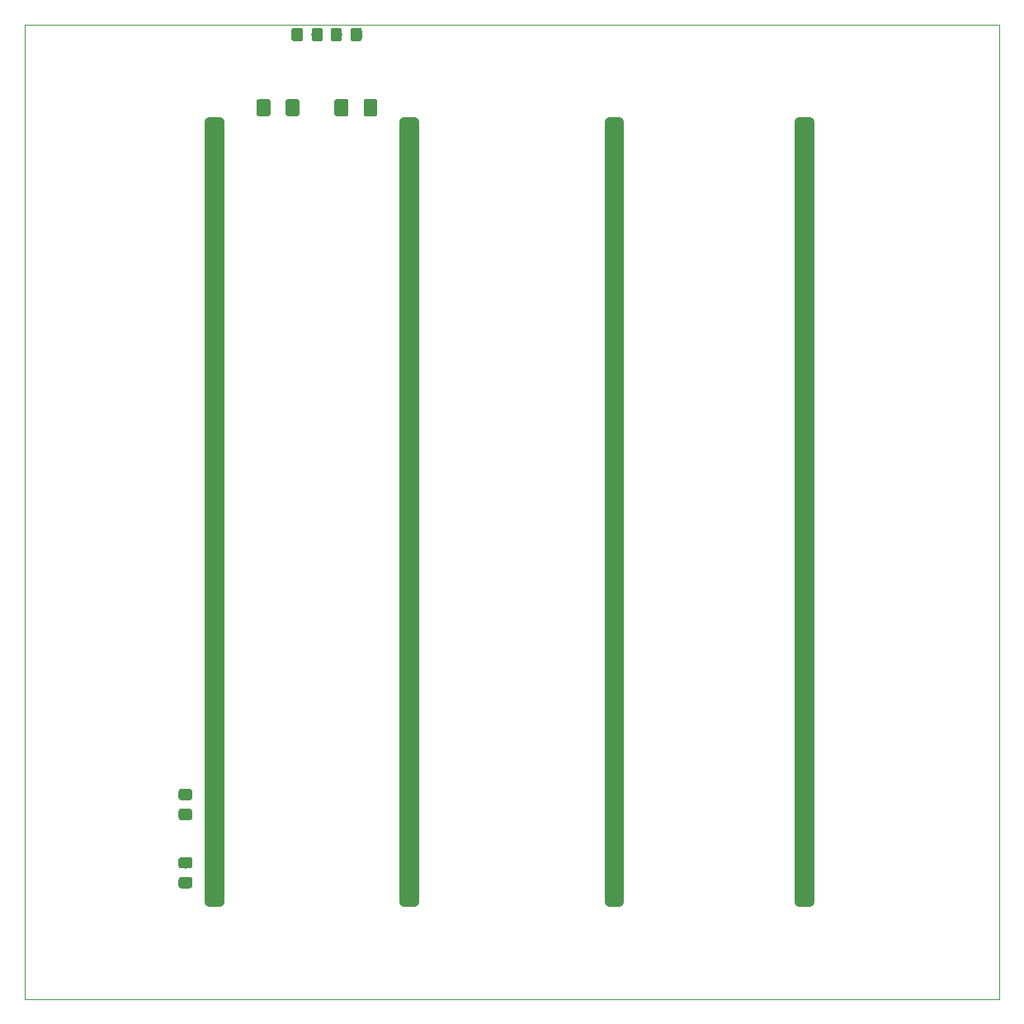
<source format=gbr>
%TF.GenerationSoftware,KiCad,Pcbnew,(5.1.0)-1*%
%TF.CreationDate,2019-10-02T21:08:56+02:00*%
%TF.ProjectId,Kicad_LFO_1_2,4b696361-645f-44c4-964f-5f315f322e6b,Rev A*%
%TF.SameCoordinates,Original*%
%TF.FileFunction,Paste,Top*%
%TF.FilePolarity,Positive*%
%FSLAX46Y46*%
G04 Gerber Fmt 4.6, Leading zero omitted, Abs format (unit mm)*
G04 Created by KiCad (PCBNEW (5.1.0)-1) date 2019-10-02 21:08:56*
%MOMM*%
%LPD*%
G04 APERTURE LIST*
%ADD10C,1.000000*%
%ADD11C,0.050000*%
%ADD12C,0.150000*%
%ADD13C,1.425000*%
%ADD14C,1.150000*%
G04 APERTURE END LIST*
D10*
X111000000Y-60000000D02*
X111000000Y-140000000D01*
X110000000Y-140000000D02*
X111000000Y-140000000D01*
X110000000Y-60000000D02*
X111000000Y-60000000D01*
X110000000Y-140000000D02*
X110000000Y-60000000D01*
X129500000Y-140000000D02*
X130500000Y-140000000D01*
X130500000Y-60000000D02*
X130500000Y-140000000D01*
X129500000Y-60000000D02*
X130500000Y-60000000D01*
X129500000Y-140000000D02*
X129500000Y-60000000D01*
X90000000Y-60000000D02*
X90000000Y-140000000D01*
X89000000Y-60000000D02*
X90000000Y-60000000D01*
X89000000Y-140000000D02*
X90000000Y-140000000D01*
X89000000Y-140000000D02*
X89000000Y-60000000D01*
X69000000Y-60000000D02*
X70000000Y-60000000D01*
X69000000Y-140000000D02*
X69000000Y-60000000D01*
X69000000Y-140000000D02*
X70000000Y-140000000D01*
X70000000Y-60000000D02*
X70000000Y-140000000D01*
D11*
X150000000Y-50000000D02*
X50000000Y-50000000D01*
X150000000Y-150000000D02*
X150000000Y-50000000D01*
X50000000Y-150000000D02*
X150000000Y-150000000D01*
X50000000Y-50000000D02*
X50000000Y-150000000D01*
D12*
G36*
X77974504Y-57626204D02*
G01*
X77998773Y-57629804D01*
X78022571Y-57635765D01*
X78045671Y-57644030D01*
X78067849Y-57654520D01*
X78088893Y-57667133D01*
X78108598Y-57681747D01*
X78126777Y-57698223D01*
X78143253Y-57716402D01*
X78157867Y-57736107D01*
X78170480Y-57757151D01*
X78180970Y-57779329D01*
X78189235Y-57802429D01*
X78195196Y-57826227D01*
X78198796Y-57850496D01*
X78200000Y-57875000D01*
X78200000Y-59125000D01*
X78198796Y-59149504D01*
X78195196Y-59173773D01*
X78189235Y-59197571D01*
X78180970Y-59220671D01*
X78170480Y-59242849D01*
X78157867Y-59263893D01*
X78143253Y-59283598D01*
X78126777Y-59301777D01*
X78108598Y-59318253D01*
X78088893Y-59332867D01*
X78067849Y-59345480D01*
X78045671Y-59355970D01*
X78022571Y-59364235D01*
X77998773Y-59370196D01*
X77974504Y-59373796D01*
X77950000Y-59375000D01*
X77025000Y-59375000D01*
X77000496Y-59373796D01*
X76976227Y-59370196D01*
X76952429Y-59364235D01*
X76929329Y-59355970D01*
X76907151Y-59345480D01*
X76886107Y-59332867D01*
X76866402Y-59318253D01*
X76848223Y-59301777D01*
X76831747Y-59283598D01*
X76817133Y-59263893D01*
X76804520Y-59242849D01*
X76794030Y-59220671D01*
X76785765Y-59197571D01*
X76779804Y-59173773D01*
X76776204Y-59149504D01*
X76775000Y-59125000D01*
X76775000Y-57875000D01*
X76776204Y-57850496D01*
X76779804Y-57826227D01*
X76785765Y-57802429D01*
X76794030Y-57779329D01*
X76804520Y-57757151D01*
X76817133Y-57736107D01*
X76831747Y-57716402D01*
X76848223Y-57698223D01*
X76866402Y-57681747D01*
X76886107Y-57667133D01*
X76907151Y-57654520D01*
X76929329Y-57644030D01*
X76952429Y-57635765D01*
X76976227Y-57629804D01*
X77000496Y-57626204D01*
X77025000Y-57625000D01*
X77950000Y-57625000D01*
X77974504Y-57626204D01*
X77974504Y-57626204D01*
G37*
D13*
X77487500Y-58500000D03*
D12*
G36*
X74999504Y-57626204D02*
G01*
X75023773Y-57629804D01*
X75047571Y-57635765D01*
X75070671Y-57644030D01*
X75092849Y-57654520D01*
X75113893Y-57667133D01*
X75133598Y-57681747D01*
X75151777Y-57698223D01*
X75168253Y-57716402D01*
X75182867Y-57736107D01*
X75195480Y-57757151D01*
X75205970Y-57779329D01*
X75214235Y-57802429D01*
X75220196Y-57826227D01*
X75223796Y-57850496D01*
X75225000Y-57875000D01*
X75225000Y-59125000D01*
X75223796Y-59149504D01*
X75220196Y-59173773D01*
X75214235Y-59197571D01*
X75205970Y-59220671D01*
X75195480Y-59242849D01*
X75182867Y-59263893D01*
X75168253Y-59283598D01*
X75151777Y-59301777D01*
X75133598Y-59318253D01*
X75113893Y-59332867D01*
X75092849Y-59345480D01*
X75070671Y-59355970D01*
X75047571Y-59364235D01*
X75023773Y-59370196D01*
X74999504Y-59373796D01*
X74975000Y-59375000D01*
X74050000Y-59375000D01*
X74025496Y-59373796D01*
X74001227Y-59370196D01*
X73977429Y-59364235D01*
X73954329Y-59355970D01*
X73932151Y-59345480D01*
X73911107Y-59332867D01*
X73891402Y-59318253D01*
X73873223Y-59301777D01*
X73856747Y-59283598D01*
X73842133Y-59263893D01*
X73829520Y-59242849D01*
X73819030Y-59220671D01*
X73810765Y-59197571D01*
X73804804Y-59173773D01*
X73801204Y-59149504D01*
X73800000Y-59125000D01*
X73800000Y-57875000D01*
X73801204Y-57850496D01*
X73804804Y-57826227D01*
X73810765Y-57802429D01*
X73819030Y-57779329D01*
X73829520Y-57757151D01*
X73842133Y-57736107D01*
X73856747Y-57716402D01*
X73873223Y-57698223D01*
X73891402Y-57681747D01*
X73911107Y-57667133D01*
X73932151Y-57654520D01*
X73954329Y-57644030D01*
X73977429Y-57635765D01*
X74001227Y-57629804D01*
X74025496Y-57626204D01*
X74050000Y-57625000D01*
X74975000Y-57625000D01*
X74999504Y-57626204D01*
X74999504Y-57626204D01*
G37*
D13*
X74512500Y-58500000D03*
D12*
G36*
X82999504Y-57626204D02*
G01*
X83023773Y-57629804D01*
X83047571Y-57635765D01*
X83070671Y-57644030D01*
X83092849Y-57654520D01*
X83113893Y-57667133D01*
X83133598Y-57681747D01*
X83151777Y-57698223D01*
X83168253Y-57716402D01*
X83182867Y-57736107D01*
X83195480Y-57757151D01*
X83205970Y-57779329D01*
X83214235Y-57802429D01*
X83220196Y-57826227D01*
X83223796Y-57850496D01*
X83225000Y-57875000D01*
X83225000Y-59125000D01*
X83223796Y-59149504D01*
X83220196Y-59173773D01*
X83214235Y-59197571D01*
X83205970Y-59220671D01*
X83195480Y-59242849D01*
X83182867Y-59263893D01*
X83168253Y-59283598D01*
X83151777Y-59301777D01*
X83133598Y-59318253D01*
X83113893Y-59332867D01*
X83092849Y-59345480D01*
X83070671Y-59355970D01*
X83047571Y-59364235D01*
X83023773Y-59370196D01*
X82999504Y-59373796D01*
X82975000Y-59375000D01*
X82050000Y-59375000D01*
X82025496Y-59373796D01*
X82001227Y-59370196D01*
X81977429Y-59364235D01*
X81954329Y-59355970D01*
X81932151Y-59345480D01*
X81911107Y-59332867D01*
X81891402Y-59318253D01*
X81873223Y-59301777D01*
X81856747Y-59283598D01*
X81842133Y-59263893D01*
X81829520Y-59242849D01*
X81819030Y-59220671D01*
X81810765Y-59197571D01*
X81804804Y-59173773D01*
X81801204Y-59149504D01*
X81800000Y-59125000D01*
X81800000Y-57875000D01*
X81801204Y-57850496D01*
X81804804Y-57826227D01*
X81810765Y-57802429D01*
X81819030Y-57779329D01*
X81829520Y-57757151D01*
X81842133Y-57736107D01*
X81856747Y-57716402D01*
X81873223Y-57698223D01*
X81891402Y-57681747D01*
X81911107Y-57667133D01*
X81932151Y-57654520D01*
X81954329Y-57644030D01*
X81977429Y-57635765D01*
X82001227Y-57629804D01*
X82025496Y-57626204D01*
X82050000Y-57625000D01*
X82975000Y-57625000D01*
X82999504Y-57626204D01*
X82999504Y-57626204D01*
G37*
D13*
X82512500Y-58500000D03*
D12*
G36*
X85974504Y-57626204D02*
G01*
X85998773Y-57629804D01*
X86022571Y-57635765D01*
X86045671Y-57644030D01*
X86067849Y-57654520D01*
X86088893Y-57667133D01*
X86108598Y-57681747D01*
X86126777Y-57698223D01*
X86143253Y-57716402D01*
X86157867Y-57736107D01*
X86170480Y-57757151D01*
X86180970Y-57779329D01*
X86189235Y-57802429D01*
X86195196Y-57826227D01*
X86198796Y-57850496D01*
X86200000Y-57875000D01*
X86200000Y-59125000D01*
X86198796Y-59149504D01*
X86195196Y-59173773D01*
X86189235Y-59197571D01*
X86180970Y-59220671D01*
X86170480Y-59242849D01*
X86157867Y-59263893D01*
X86143253Y-59283598D01*
X86126777Y-59301777D01*
X86108598Y-59318253D01*
X86088893Y-59332867D01*
X86067849Y-59345480D01*
X86045671Y-59355970D01*
X86022571Y-59364235D01*
X85998773Y-59370196D01*
X85974504Y-59373796D01*
X85950000Y-59375000D01*
X85025000Y-59375000D01*
X85000496Y-59373796D01*
X84976227Y-59370196D01*
X84952429Y-59364235D01*
X84929329Y-59355970D01*
X84907151Y-59345480D01*
X84886107Y-59332867D01*
X84866402Y-59318253D01*
X84848223Y-59301777D01*
X84831747Y-59283598D01*
X84817133Y-59263893D01*
X84804520Y-59242849D01*
X84794030Y-59220671D01*
X84785765Y-59197571D01*
X84779804Y-59173773D01*
X84776204Y-59149504D01*
X84775000Y-59125000D01*
X84775000Y-57875000D01*
X84776204Y-57850496D01*
X84779804Y-57826227D01*
X84785765Y-57802429D01*
X84794030Y-57779329D01*
X84804520Y-57757151D01*
X84817133Y-57736107D01*
X84831747Y-57716402D01*
X84848223Y-57698223D01*
X84866402Y-57681747D01*
X84886107Y-57667133D01*
X84907151Y-57654520D01*
X84929329Y-57644030D01*
X84952429Y-57635765D01*
X84976227Y-57629804D01*
X85000496Y-57626204D01*
X85025000Y-57625000D01*
X85950000Y-57625000D01*
X85974504Y-57626204D01*
X85974504Y-57626204D01*
G37*
D13*
X85487500Y-58500000D03*
D12*
G36*
X66974505Y-137451204D02*
G01*
X66998773Y-137454804D01*
X67022572Y-137460765D01*
X67045671Y-137469030D01*
X67067850Y-137479520D01*
X67088893Y-137492132D01*
X67108599Y-137506747D01*
X67126777Y-137523223D01*
X67143253Y-137541401D01*
X67157868Y-137561107D01*
X67170480Y-137582150D01*
X67180970Y-137604329D01*
X67189235Y-137627428D01*
X67195196Y-137651227D01*
X67198796Y-137675495D01*
X67200000Y-137699999D01*
X67200000Y-138350001D01*
X67198796Y-138374505D01*
X67195196Y-138398773D01*
X67189235Y-138422572D01*
X67180970Y-138445671D01*
X67170480Y-138467850D01*
X67157868Y-138488893D01*
X67143253Y-138508599D01*
X67126777Y-138526777D01*
X67108599Y-138543253D01*
X67088893Y-138557868D01*
X67067850Y-138570480D01*
X67045671Y-138580970D01*
X67022572Y-138589235D01*
X66998773Y-138595196D01*
X66974505Y-138598796D01*
X66950001Y-138600000D01*
X66049999Y-138600000D01*
X66025495Y-138598796D01*
X66001227Y-138595196D01*
X65977428Y-138589235D01*
X65954329Y-138580970D01*
X65932150Y-138570480D01*
X65911107Y-138557868D01*
X65891401Y-138543253D01*
X65873223Y-138526777D01*
X65856747Y-138508599D01*
X65842132Y-138488893D01*
X65829520Y-138467850D01*
X65819030Y-138445671D01*
X65810765Y-138422572D01*
X65804804Y-138398773D01*
X65801204Y-138374505D01*
X65800000Y-138350001D01*
X65800000Y-137699999D01*
X65801204Y-137675495D01*
X65804804Y-137651227D01*
X65810765Y-137627428D01*
X65819030Y-137604329D01*
X65829520Y-137582150D01*
X65842132Y-137561107D01*
X65856747Y-137541401D01*
X65873223Y-137523223D01*
X65891401Y-137506747D01*
X65911107Y-137492132D01*
X65932150Y-137479520D01*
X65954329Y-137469030D01*
X65977428Y-137460765D01*
X66001227Y-137454804D01*
X66025495Y-137451204D01*
X66049999Y-137450000D01*
X66950001Y-137450000D01*
X66974505Y-137451204D01*
X66974505Y-137451204D01*
G37*
D14*
X66500000Y-138025000D03*
D12*
G36*
X66974505Y-135401204D02*
G01*
X66998773Y-135404804D01*
X67022572Y-135410765D01*
X67045671Y-135419030D01*
X67067850Y-135429520D01*
X67088893Y-135442132D01*
X67108599Y-135456747D01*
X67126777Y-135473223D01*
X67143253Y-135491401D01*
X67157868Y-135511107D01*
X67170480Y-135532150D01*
X67180970Y-135554329D01*
X67189235Y-135577428D01*
X67195196Y-135601227D01*
X67198796Y-135625495D01*
X67200000Y-135649999D01*
X67200000Y-136300001D01*
X67198796Y-136324505D01*
X67195196Y-136348773D01*
X67189235Y-136372572D01*
X67180970Y-136395671D01*
X67170480Y-136417850D01*
X67157868Y-136438893D01*
X67143253Y-136458599D01*
X67126777Y-136476777D01*
X67108599Y-136493253D01*
X67088893Y-136507868D01*
X67067850Y-136520480D01*
X67045671Y-136530970D01*
X67022572Y-136539235D01*
X66998773Y-136545196D01*
X66974505Y-136548796D01*
X66950001Y-136550000D01*
X66049999Y-136550000D01*
X66025495Y-136548796D01*
X66001227Y-136545196D01*
X65977428Y-136539235D01*
X65954329Y-136530970D01*
X65932150Y-136520480D01*
X65911107Y-136507868D01*
X65891401Y-136493253D01*
X65873223Y-136476777D01*
X65856747Y-136458599D01*
X65842132Y-136438893D01*
X65829520Y-136417850D01*
X65819030Y-136395671D01*
X65810765Y-136372572D01*
X65804804Y-136348773D01*
X65801204Y-136324505D01*
X65800000Y-136300001D01*
X65800000Y-135649999D01*
X65801204Y-135625495D01*
X65804804Y-135601227D01*
X65810765Y-135577428D01*
X65819030Y-135554329D01*
X65829520Y-135532150D01*
X65842132Y-135511107D01*
X65856747Y-135491401D01*
X65873223Y-135473223D01*
X65891401Y-135456747D01*
X65911107Y-135442132D01*
X65932150Y-135429520D01*
X65954329Y-135419030D01*
X65977428Y-135410765D01*
X66001227Y-135404804D01*
X66025495Y-135401204D01*
X66049999Y-135400000D01*
X66950001Y-135400000D01*
X66974505Y-135401204D01*
X66974505Y-135401204D01*
G37*
D14*
X66500000Y-135975000D03*
D12*
G36*
X82324505Y-50301204D02*
G01*
X82348773Y-50304804D01*
X82372572Y-50310765D01*
X82395671Y-50319030D01*
X82417850Y-50329520D01*
X82438893Y-50342132D01*
X82458599Y-50356747D01*
X82476777Y-50373223D01*
X82493253Y-50391401D01*
X82507868Y-50411107D01*
X82520480Y-50432150D01*
X82530970Y-50454329D01*
X82539235Y-50477428D01*
X82545196Y-50501227D01*
X82548796Y-50525495D01*
X82550000Y-50549999D01*
X82550000Y-51450001D01*
X82548796Y-51474505D01*
X82545196Y-51498773D01*
X82539235Y-51522572D01*
X82530970Y-51545671D01*
X82520480Y-51567850D01*
X82507868Y-51588893D01*
X82493253Y-51608599D01*
X82476777Y-51626777D01*
X82458599Y-51643253D01*
X82438893Y-51657868D01*
X82417850Y-51670480D01*
X82395671Y-51680970D01*
X82372572Y-51689235D01*
X82348773Y-51695196D01*
X82324505Y-51698796D01*
X82300001Y-51700000D01*
X81649999Y-51700000D01*
X81625495Y-51698796D01*
X81601227Y-51695196D01*
X81577428Y-51689235D01*
X81554329Y-51680970D01*
X81532150Y-51670480D01*
X81511107Y-51657868D01*
X81491401Y-51643253D01*
X81473223Y-51626777D01*
X81456747Y-51608599D01*
X81442132Y-51588893D01*
X81429520Y-51567850D01*
X81419030Y-51545671D01*
X81410765Y-51522572D01*
X81404804Y-51498773D01*
X81401204Y-51474505D01*
X81400000Y-51450001D01*
X81400000Y-50549999D01*
X81401204Y-50525495D01*
X81404804Y-50501227D01*
X81410765Y-50477428D01*
X81419030Y-50454329D01*
X81429520Y-50432150D01*
X81442132Y-50411107D01*
X81456747Y-50391401D01*
X81473223Y-50373223D01*
X81491401Y-50356747D01*
X81511107Y-50342132D01*
X81532150Y-50329520D01*
X81554329Y-50319030D01*
X81577428Y-50310765D01*
X81601227Y-50304804D01*
X81625495Y-50301204D01*
X81649999Y-50300000D01*
X82300001Y-50300000D01*
X82324505Y-50301204D01*
X82324505Y-50301204D01*
G37*
D14*
X81975000Y-51000000D03*
D12*
G36*
X84374505Y-50301204D02*
G01*
X84398773Y-50304804D01*
X84422572Y-50310765D01*
X84445671Y-50319030D01*
X84467850Y-50329520D01*
X84488893Y-50342132D01*
X84508599Y-50356747D01*
X84526777Y-50373223D01*
X84543253Y-50391401D01*
X84557868Y-50411107D01*
X84570480Y-50432150D01*
X84580970Y-50454329D01*
X84589235Y-50477428D01*
X84595196Y-50501227D01*
X84598796Y-50525495D01*
X84600000Y-50549999D01*
X84600000Y-51450001D01*
X84598796Y-51474505D01*
X84595196Y-51498773D01*
X84589235Y-51522572D01*
X84580970Y-51545671D01*
X84570480Y-51567850D01*
X84557868Y-51588893D01*
X84543253Y-51608599D01*
X84526777Y-51626777D01*
X84508599Y-51643253D01*
X84488893Y-51657868D01*
X84467850Y-51670480D01*
X84445671Y-51680970D01*
X84422572Y-51689235D01*
X84398773Y-51695196D01*
X84374505Y-51698796D01*
X84350001Y-51700000D01*
X83699999Y-51700000D01*
X83675495Y-51698796D01*
X83651227Y-51695196D01*
X83627428Y-51689235D01*
X83604329Y-51680970D01*
X83582150Y-51670480D01*
X83561107Y-51657868D01*
X83541401Y-51643253D01*
X83523223Y-51626777D01*
X83506747Y-51608599D01*
X83492132Y-51588893D01*
X83479520Y-51567850D01*
X83469030Y-51545671D01*
X83460765Y-51522572D01*
X83454804Y-51498773D01*
X83451204Y-51474505D01*
X83450000Y-51450001D01*
X83450000Y-50549999D01*
X83451204Y-50525495D01*
X83454804Y-50501227D01*
X83460765Y-50477428D01*
X83469030Y-50454329D01*
X83479520Y-50432150D01*
X83492132Y-50411107D01*
X83506747Y-50391401D01*
X83523223Y-50373223D01*
X83541401Y-50356747D01*
X83561107Y-50342132D01*
X83582150Y-50329520D01*
X83604329Y-50319030D01*
X83627428Y-50310765D01*
X83651227Y-50304804D01*
X83675495Y-50301204D01*
X83699999Y-50300000D01*
X84350001Y-50300000D01*
X84374505Y-50301204D01*
X84374505Y-50301204D01*
G37*
D14*
X84025000Y-51000000D03*
D12*
G36*
X66974505Y-128401204D02*
G01*
X66998773Y-128404804D01*
X67022572Y-128410765D01*
X67045671Y-128419030D01*
X67067850Y-128429520D01*
X67088893Y-128442132D01*
X67108599Y-128456747D01*
X67126777Y-128473223D01*
X67143253Y-128491401D01*
X67157868Y-128511107D01*
X67170480Y-128532150D01*
X67180970Y-128554329D01*
X67189235Y-128577428D01*
X67195196Y-128601227D01*
X67198796Y-128625495D01*
X67200000Y-128649999D01*
X67200000Y-129300001D01*
X67198796Y-129324505D01*
X67195196Y-129348773D01*
X67189235Y-129372572D01*
X67180970Y-129395671D01*
X67170480Y-129417850D01*
X67157868Y-129438893D01*
X67143253Y-129458599D01*
X67126777Y-129476777D01*
X67108599Y-129493253D01*
X67088893Y-129507868D01*
X67067850Y-129520480D01*
X67045671Y-129530970D01*
X67022572Y-129539235D01*
X66998773Y-129545196D01*
X66974505Y-129548796D01*
X66950001Y-129550000D01*
X66049999Y-129550000D01*
X66025495Y-129548796D01*
X66001227Y-129545196D01*
X65977428Y-129539235D01*
X65954329Y-129530970D01*
X65932150Y-129520480D01*
X65911107Y-129507868D01*
X65891401Y-129493253D01*
X65873223Y-129476777D01*
X65856747Y-129458599D01*
X65842132Y-129438893D01*
X65829520Y-129417850D01*
X65819030Y-129395671D01*
X65810765Y-129372572D01*
X65804804Y-129348773D01*
X65801204Y-129324505D01*
X65800000Y-129300001D01*
X65800000Y-128649999D01*
X65801204Y-128625495D01*
X65804804Y-128601227D01*
X65810765Y-128577428D01*
X65819030Y-128554329D01*
X65829520Y-128532150D01*
X65842132Y-128511107D01*
X65856747Y-128491401D01*
X65873223Y-128473223D01*
X65891401Y-128456747D01*
X65911107Y-128442132D01*
X65932150Y-128429520D01*
X65954329Y-128419030D01*
X65977428Y-128410765D01*
X66001227Y-128404804D01*
X66025495Y-128401204D01*
X66049999Y-128400000D01*
X66950001Y-128400000D01*
X66974505Y-128401204D01*
X66974505Y-128401204D01*
G37*
D14*
X66500000Y-128975000D03*
D12*
G36*
X66974505Y-130451204D02*
G01*
X66998773Y-130454804D01*
X67022572Y-130460765D01*
X67045671Y-130469030D01*
X67067850Y-130479520D01*
X67088893Y-130492132D01*
X67108599Y-130506747D01*
X67126777Y-130523223D01*
X67143253Y-130541401D01*
X67157868Y-130561107D01*
X67170480Y-130582150D01*
X67180970Y-130604329D01*
X67189235Y-130627428D01*
X67195196Y-130651227D01*
X67198796Y-130675495D01*
X67200000Y-130699999D01*
X67200000Y-131350001D01*
X67198796Y-131374505D01*
X67195196Y-131398773D01*
X67189235Y-131422572D01*
X67180970Y-131445671D01*
X67170480Y-131467850D01*
X67157868Y-131488893D01*
X67143253Y-131508599D01*
X67126777Y-131526777D01*
X67108599Y-131543253D01*
X67088893Y-131557868D01*
X67067850Y-131570480D01*
X67045671Y-131580970D01*
X67022572Y-131589235D01*
X66998773Y-131595196D01*
X66974505Y-131598796D01*
X66950001Y-131600000D01*
X66049999Y-131600000D01*
X66025495Y-131598796D01*
X66001227Y-131595196D01*
X65977428Y-131589235D01*
X65954329Y-131580970D01*
X65932150Y-131570480D01*
X65911107Y-131557868D01*
X65891401Y-131543253D01*
X65873223Y-131526777D01*
X65856747Y-131508599D01*
X65842132Y-131488893D01*
X65829520Y-131467850D01*
X65819030Y-131445671D01*
X65810765Y-131422572D01*
X65804804Y-131398773D01*
X65801204Y-131374505D01*
X65800000Y-131350001D01*
X65800000Y-130699999D01*
X65801204Y-130675495D01*
X65804804Y-130651227D01*
X65810765Y-130627428D01*
X65819030Y-130604329D01*
X65829520Y-130582150D01*
X65842132Y-130561107D01*
X65856747Y-130541401D01*
X65873223Y-130523223D01*
X65891401Y-130506747D01*
X65911107Y-130492132D01*
X65932150Y-130479520D01*
X65954329Y-130469030D01*
X65977428Y-130460765D01*
X66001227Y-130454804D01*
X66025495Y-130451204D01*
X66049999Y-130450000D01*
X66950001Y-130450000D01*
X66974505Y-130451204D01*
X66974505Y-130451204D01*
G37*
D14*
X66500000Y-131025000D03*
D12*
G36*
X80374505Y-50301204D02*
G01*
X80398773Y-50304804D01*
X80422572Y-50310765D01*
X80445671Y-50319030D01*
X80467850Y-50329520D01*
X80488893Y-50342132D01*
X80508599Y-50356747D01*
X80526777Y-50373223D01*
X80543253Y-50391401D01*
X80557868Y-50411107D01*
X80570480Y-50432150D01*
X80580970Y-50454329D01*
X80589235Y-50477428D01*
X80595196Y-50501227D01*
X80598796Y-50525495D01*
X80600000Y-50549999D01*
X80600000Y-51450001D01*
X80598796Y-51474505D01*
X80595196Y-51498773D01*
X80589235Y-51522572D01*
X80580970Y-51545671D01*
X80570480Y-51567850D01*
X80557868Y-51588893D01*
X80543253Y-51608599D01*
X80526777Y-51626777D01*
X80508599Y-51643253D01*
X80488893Y-51657868D01*
X80467850Y-51670480D01*
X80445671Y-51680970D01*
X80422572Y-51689235D01*
X80398773Y-51695196D01*
X80374505Y-51698796D01*
X80350001Y-51700000D01*
X79699999Y-51700000D01*
X79675495Y-51698796D01*
X79651227Y-51695196D01*
X79627428Y-51689235D01*
X79604329Y-51680970D01*
X79582150Y-51670480D01*
X79561107Y-51657868D01*
X79541401Y-51643253D01*
X79523223Y-51626777D01*
X79506747Y-51608599D01*
X79492132Y-51588893D01*
X79479520Y-51567850D01*
X79469030Y-51545671D01*
X79460765Y-51522572D01*
X79454804Y-51498773D01*
X79451204Y-51474505D01*
X79450000Y-51450001D01*
X79450000Y-50549999D01*
X79451204Y-50525495D01*
X79454804Y-50501227D01*
X79460765Y-50477428D01*
X79469030Y-50454329D01*
X79479520Y-50432150D01*
X79492132Y-50411107D01*
X79506747Y-50391401D01*
X79523223Y-50373223D01*
X79541401Y-50356747D01*
X79561107Y-50342132D01*
X79582150Y-50329520D01*
X79604329Y-50319030D01*
X79627428Y-50310765D01*
X79651227Y-50304804D01*
X79675495Y-50301204D01*
X79699999Y-50300000D01*
X80350001Y-50300000D01*
X80374505Y-50301204D01*
X80374505Y-50301204D01*
G37*
D14*
X80025000Y-51000000D03*
D12*
G36*
X78324505Y-50301204D02*
G01*
X78348773Y-50304804D01*
X78372572Y-50310765D01*
X78395671Y-50319030D01*
X78417850Y-50329520D01*
X78438893Y-50342132D01*
X78458599Y-50356747D01*
X78476777Y-50373223D01*
X78493253Y-50391401D01*
X78507868Y-50411107D01*
X78520480Y-50432150D01*
X78530970Y-50454329D01*
X78539235Y-50477428D01*
X78545196Y-50501227D01*
X78548796Y-50525495D01*
X78550000Y-50549999D01*
X78550000Y-51450001D01*
X78548796Y-51474505D01*
X78545196Y-51498773D01*
X78539235Y-51522572D01*
X78530970Y-51545671D01*
X78520480Y-51567850D01*
X78507868Y-51588893D01*
X78493253Y-51608599D01*
X78476777Y-51626777D01*
X78458599Y-51643253D01*
X78438893Y-51657868D01*
X78417850Y-51670480D01*
X78395671Y-51680970D01*
X78372572Y-51689235D01*
X78348773Y-51695196D01*
X78324505Y-51698796D01*
X78300001Y-51700000D01*
X77649999Y-51700000D01*
X77625495Y-51698796D01*
X77601227Y-51695196D01*
X77577428Y-51689235D01*
X77554329Y-51680970D01*
X77532150Y-51670480D01*
X77511107Y-51657868D01*
X77491401Y-51643253D01*
X77473223Y-51626777D01*
X77456747Y-51608599D01*
X77442132Y-51588893D01*
X77429520Y-51567850D01*
X77419030Y-51545671D01*
X77410765Y-51522572D01*
X77404804Y-51498773D01*
X77401204Y-51474505D01*
X77400000Y-51450001D01*
X77400000Y-50549999D01*
X77401204Y-50525495D01*
X77404804Y-50501227D01*
X77410765Y-50477428D01*
X77419030Y-50454329D01*
X77429520Y-50432150D01*
X77442132Y-50411107D01*
X77456747Y-50391401D01*
X77473223Y-50373223D01*
X77491401Y-50356747D01*
X77511107Y-50342132D01*
X77532150Y-50329520D01*
X77554329Y-50319030D01*
X77577428Y-50310765D01*
X77601227Y-50304804D01*
X77625495Y-50301204D01*
X77649999Y-50300000D01*
X78300001Y-50300000D01*
X78324505Y-50301204D01*
X78324505Y-50301204D01*
G37*
D14*
X77975000Y-51000000D03*
M02*

</source>
